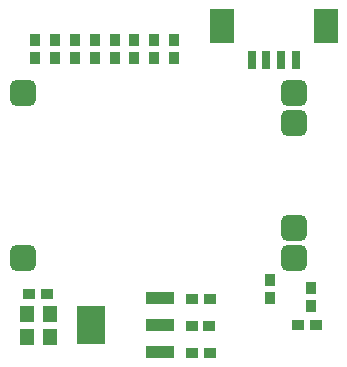
<source format=gbp>
G04*
G04 #@! TF.GenerationSoftware,Altium Limited,Altium Designer,21.9.2 (33)*
G04*
G04 Layer_Color=128*
%FSLAX25Y25*%
%MOIN*%
G70*
G04*
G04 #@! TF.SameCoordinates,353233E6-1857-4CDD-983F-46C35F824410*
G04*
G04*
G04 #@! TF.FilePolarity,Positive*
G04*
G01*
G75*
%ADD19R,0.03937X0.03740*%
%ADD49R,0.03150X0.06299*%
%ADD50R,0.08268X0.11811*%
G04:AMPARAMS|DCode=51|XSize=86.61mil|YSize=86.61mil|CornerRadius=21.65mil|HoleSize=0mil|Usage=FLASHONLY|Rotation=0.000|XOffset=0mil|YOffset=0mil|HoleType=Round|Shape=RoundedRectangle|*
%AMROUNDEDRECTD51*
21,1,0.08661,0.04331,0,0,0.0*
21,1,0.04331,0.08661,0,0,0.0*
1,1,0.04331,0.02165,-0.02165*
1,1,0.04331,-0.02165,-0.02165*
1,1,0.04331,-0.02165,0.02165*
1,1,0.04331,0.02165,0.02165*
%
%ADD51ROUNDEDRECTD51*%
%ADD52R,0.03740X0.03937*%
%ADD53R,0.04724X0.05512*%
%ADD54R,0.09449X0.03937*%
%ADD55R,0.09449X0.12992*%
D19*
X64347Y40300D02*
D03*
X70253D02*
D03*
X-19447Y50800D02*
D03*
X-25353D02*
D03*
X34853Y31100D02*
D03*
X28947D02*
D03*
X34753Y40050D02*
D03*
X28847D02*
D03*
X34853Y49000D02*
D03*
X28947D02*
D03*
D49*
X48836Y128500D02*
D03*
X53758D02*
D03*
X58679D02*
D03*
X63600D02*
D03*
D50*
X73639Y139917D02*
D03*
X38797D02*
D03*
D51*
X-27476Y62541D02*
D03*
X63076Y117659D02*
D03*
Y62541D02*
D03*
Y72541D02*
D03*
Y107659D02*
D03*
X-27476Y117659D02*
D03*
D52*
X55000Y49347D02*
D03*
Y55253D02*
D03*
X68600Y52553D02*
D03*
Y46647D02*
D03*
X-23400Y135153D02*
D03*
Y129247D02*
D03*
X-16771Y135153D02*
D03*
Y129247D02*
D03*
X-10143Y135153D02*
D03*
Y129247D02*
D03*
X-3514Y135153D02*
D03*
Y129247D02*
D03*
X3114Y135153D02*
D03*
Y129247D02*
D03*
X9743Y135153D02*
D03*
Y129247D02*
D03*
X16371Y135153D02*
D03*
Y129247D02*
D03*
X23000Y135153D02*
D03*
Y129247D02*
D03*
D53*
X-18442Y36339D02*
D03*
X-25923D02*
D03*
X-25963Y43861D02*
D03*
X-18482D02*
D03*
D54*
X18217Y49455D02*
D03*
Y40400D02*
D03*
Y31345D02*
D03*
D55*
X-4617Y40400D02*
D03*
M02*

</source>
